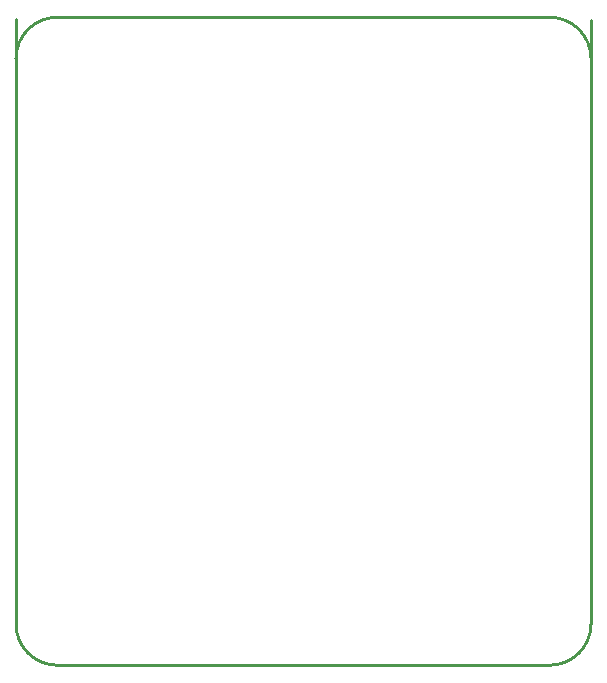
<source format=gko>
G04 Layer: BoardOutline*
G04 EasyEDA v6.3.22, 2020-01-08T21:12:26+01:00*
G04 b28a7935c23a4a24a3ae34985d5a7298,2d2f38d6ccaf4c36845c7e91a662877a,10*
G04 Gerber Generator version 0.2*
G04 Scale: 100 percent, Rotated: No, Reflected: No *
G04 Dimensions in millimeters *
G04 leading zeros omitted , absolute positions ,3 integer and 3 decimal *
%FSLAX33Y33*%
%MOMM*%
G90*
G71D02*

%ADD10C,0.254000*%
G54D10*
G01X3302Y54864D02*
G01X45188Y54864D01*
G01X48688Y54666D02*
G01X48688Y3499D01*
G01X45188Y0D02*
G01X3302Y0D01*
G01X0Y3556D02*
G01X0Y54722D01*
G75*
G01X45188Y54864D02*
G02X48688Y51364I0J-3500D01*
G01*
G75*
G01X48688Y3500D02*
G02X45188Y0I-3500J0D01*
G01*
G75*
G01X3500Y0D02*
G02X0Y3500I0J3500D01*
G01*
G75*
G01X0Y51364D02*
G02X3500Y54864I3500J0D01*
G01*

%LPD*%
M00*
M02*

</source>
